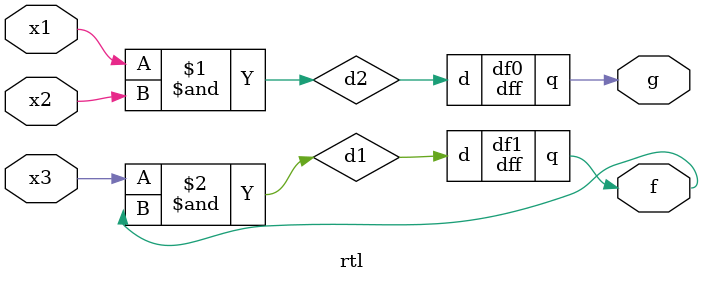
<source format=v>
module dff(
  input clk, rst,
  input d,
  output reg q
);
  always@(posedge clk) begin
    if(rst)
    	q<=0;
    else
    	q<=q;
  end
endmodule

module rtl(
  input x1,x2,x3,
  output g,f
);
  wire d1,d2;
  assign d2 = x1&x2;
  dff df1(.d(d1),.q(f));
  assign d1=x3&f;
  dff df0(.d(d2),.q(g));
endmodule

</source>
